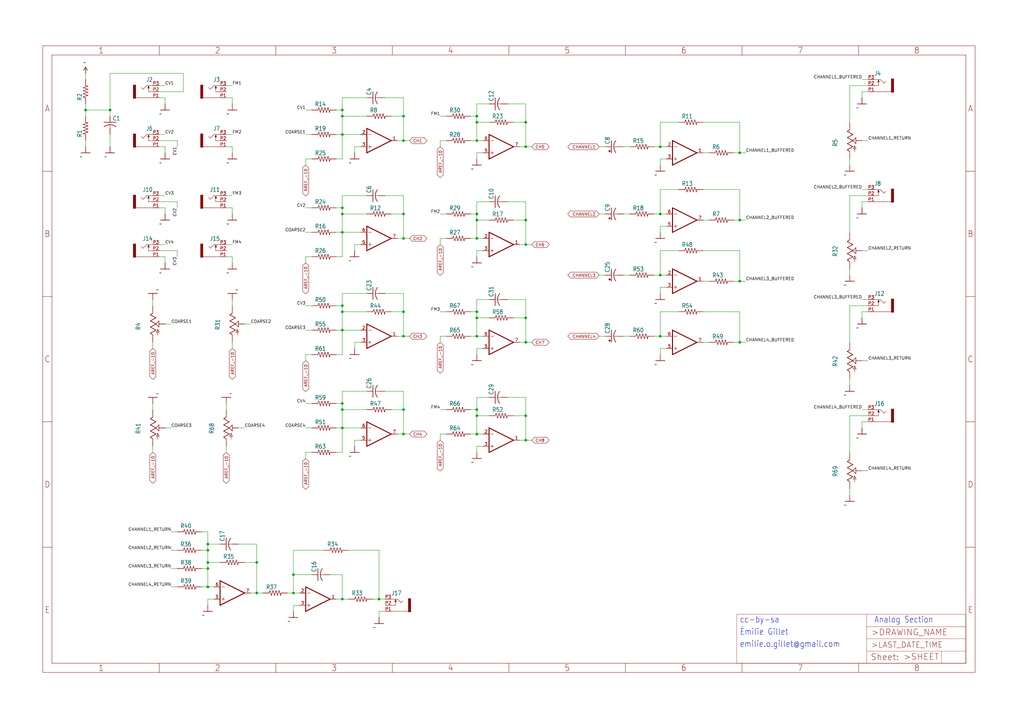
<source format=kicad_sch>
(kicad_sch (version 20211123) (generator eeschema)
  (paper "User" 425.45 299.161)
  (junction (at 274.32 60.96))
  (junction (at 218.44 142.24))
  (junction (at 274.32 88.9))
  (junction (at 167.64 139.7))
  (junction (at 167.64 99.06))
  (junction (at 198.12 91.44))
  (junction (at 274.32 139.7))
  (junction (at 198.12 99.06))
  (junction (at 307.34 63.5))
  (junction (at 86.36 226.06))
  (junction (at 142.24 129.54))
  (junction (at 142.24 86.36))
  (junction (at 86.36 233.68))
  (junction (at 142.24 170.18))
  (junction (at 198.12 88.9))
  (junction (at 198.12 170.18))
  (junction (at 167.64 88.9))
  (junction (at 167.64 48.26))
  (junction (at 142.24 55.88))
  (junction (at 142.24 88.9))
  (junction (at 86.36 228.6))
  (junction (at 198.12 50.8))
  (junction (at 218.44 182.88))
  (junction (at 142.24 167.64))
  (junction (at 218.44 132.08))
  (junction (at 218.44 101.6))
  (junction (at 218.44 60.96))
  (junction (at 86.36 236.22))
  (junction (at 198.12 132.08))
  (junction (at 142.24 45.72))
  (junction (at 218.44 91.44))
  (junction (at 142.24 96.52))
  (junction (at 307.34 142.24))
  (junction (at 198.12 58.42))
  (junction (at 142.24 48.26))
  (junction (at 106.68 233.68))
  (junction (at 167.64 180.34))
  (junction (at 307.34 116.84))
  (junction (at 198.12 139.7))
  (junction (at 121.92 246.38))
  (junction (at 142.24 127))
  (junction (at 218.44 172.72))
  (junction (at 167.64 129.54))
  (junction (at 142.24 177.8))
  (junction (at 142.24 248.92))
  (junction (at 121.92 238.76))
  (junction (at 106.68 246.38))
  (junction (at 307.34 91.44))
  (junction (at 198.12 48.26))
  (junction (at 198.12 129.54))
  (junction (at 142.24 137.16))
  (junction (at 167.64 170.18))
  (junction (at 218.44 50.8))
  (junction (at 35.56 45.72))
  (junction (at 86.36 243.84))
  (junction (at 198.12 172.72))
  (junction (at 167.64 58.42))
  (junction (at 157.48 248.92))
  (junction (at 198.12 180.34))
  (junction (at 45.72 45.72))
  (junction (at 274.32 114.3))
  (wire (pts (xy 195.58 170.18) (xy 198.12 170.18)))
  (wire (pts (xy 142.24 88.9) (xy 142.24 96.52)))
  (wire (pts (xy 121.92 228.6) (xy 121.92 238.76)))
  (wire (pts (xy 162.56 170.18) (xy 167.64 170.18)))
  (wire (pts (xy 274.32 60.96) (xy 276.86 60.96)))
  (wire (pts (xy 167.64 162.56) (xy 167.64 170.18)))
  (wire (pts (xy 360.68 33.02) (xy 358.14 33.02)))
  (wire (pts (xy 218.44 101.6) (xy 220.98 101.6)))
  (wire (pts (xy 149.86 60.96) (xy 147.32 60.96)))
  (wire (pts (xy 99.06 226.06) (xy 106.68 226.06)))
  (wire (pts (xy 93.98 40.64) (xy 96.52 40.64)))
  (wire (pts (xy 274.32 129.54) (xy 281.94 129.54)))
  (wire (pts (xy 251.46 114.3) (xy 248.92 114.3)))
  (wire (pts (xy 167.64 58.42) (xy 165.1 58.42)))
  (wire (pts (xy 106.68 246.38) (xy 109.22 246.38)))
  (wire (pts (xy 73.66 83.82) (xy 73.66 86.36)))
  (wire (pts (xy 66.04 35.56) (xy 68.58 35.56)))
  (wire (pts (xy 93.98 101.6) (xy 96.52 101.6)))
  (wire (pts (xy 139.7 45.72) (xy 142.24 45.72)))
  (wire (pts (xy 68.58 60.96) (xy 68.58 63.5)))
  (wire (pts (xy 203.2 91.44) (xy 198.12 91.44)))
  (wire (pts (xy 167.64 170.18) (xy 167.64 180.34)))
  (wire (pts (xy 182.88 142.24) (xy 182.88 139.7)))
  (wire (pts (xy 276.86 119.38) (xy 274.32 119.38)))
  (wire (pts (xy 157.48 248.92) (xy 154.94 248.92)))
  (wire (pts (xy 129.54 238.76) (xy 121.92 238.76)))
  (wire (pts (xy 198.12 185.42) (xy 198.12 187.96)))
  (wire (pts (xy 63.5 144.78) (xy 63.5 142.24)))
  (wire (pts (xy 121.92 246.38) (xy 124.46 246.38)))
  (wire (pts (xy 203.2 83.82) (xy 198.12 83.82)))
  (wire (pts (xy 66.04 86.36) (xy 68.58 86.36)))
  (wire (pts (xy 292.1 91.44) (xy 294.64 91.44)))
  (wire (pts (xy 218.44 43.18) (xy 218.44 50.8)))
  (wire (pts (xy 307.34 104.14) (xy 307.34 116.84)))
  (wire (pts (xy 251.46 88.9) (xy 248.92 88.9)))
  (wire (pts (xy 142.24 40.64) (xy 142.24 45.72)))
  (wire (pts (xy 147.32 60.96) (xy 147.32 63.5)))
  (wire (pts (xy 198.12 144.78) (xy 198.12 147.32)))
  (wire (pts (xy 73.66 104.14) (xy 73.66 106.68)))
  (wire (pts (xy 86.36 233.68) (xy 86.36 236.22)))
  (wire (pts (xy 68.58 134.62) (xy 71.12 134.62)))
  (wire (pts (xy 360.68 78.74) (xy 358.14 78.74)))
  (wire (pts (xy 218.44 124.46) (xy 218.44 132.08)))
  (wire (pts (xy 198.12 50.8) (xy 198.12 58.42)))
  (wire (pts (xy 307.34 63.5) (xy 304.8 63.5)))
  (wire (pts (xy 124.46 251.46) (xy 121.92 251.46)))
  (wire (pts (xy 129.54 45.72) (xy 127 45.72)))
  (wire (pts (xy 139.7 147.32) (xy 142.24 147.32)))
  (wire (pts (xy 106.68 246.38) (xy 104.14 246.38)))
  (wire (pts (xy 307.34 142.24) (xy 304.8 142.24)))
  (wire (pts (xy 198.12 63.5) (xy 198.12 66.04)))
  (wire (pts (xy 68.58 106.68) (xy 68.58 109.22)))
  (wire (pts (xy 167.64 139.7) (xy 165.1 139.7)))
  (wire (pts (xy 73.66 228.6) (xy 71.12 228.6)))
  (wire (pts (xy 152.4 81.28) (xy 142.24 81.28)))
  (wire (pts (xy 360.68 172.72) (xy 353.06 172.72)))
  (wire (pts (xy 152.4 129.54) (xy 142.24 129.54)))
  (wire (pts (xy 63.5 170.18) (xy 63.5 167.64)))
  (wire (pts (xy 353.06 157.48) (xy 353.06 160.02)))
  (wire (pts (xy 83.82 220.98) (xy 86.36 220.98)))
  (wire (pts (xy 198.12 99.06) (xy 200.66 99.06)))
  (wire (pts (xy 142.24 177.8) (xy 149.86 177.8)))
  (wire (pts (xy 218.44 132.08) (xy 218.44 142.24)))
  (wire (pts (xy 127 106.68) (xy 127 109.22)))
  (wire (pts (xy 139.7 127) (xy 142.24 127)))
  (wire (pts (xy 86.36 220.98) (xy 86.36 226.06)))
  (wire (pts (xy 101.6 134.62) (xy 104.14 134.62)))
  (wire (pts (xy 307.34 129.54) (xy 307.34 142.24)))
  (wire (pts (xy 142.24 48.26) (xy 142.24 55.88)))
  (wire (pts (xy 292.1 78.74) (xy 307.34 78.74)))
  (wire (pts (xy 358.14 149.86) (xy 360.68 149.86)))
  (wire (pts (xy 68.58 86.36) (xy 68.58 88.9)))
  (wire (pts (xy 360.68 35.56) (xy 353.06 35.56)))
  (wire (pts (xy 127 177.8) (xy 129.54 177.8)))
  (wire (pts (xy 149.86 101.6) (xy 147.32 101.6)))
  (wire (pts (xy 127 66.04) (xy 127 68.58)))
  (wire (pts (xy 96.52 60.96) (xy 96.52 63.5)))
  (wire (pts (xy 276.86 93.98) (xy 274.32 93.98)))
  (wire (pts (xy 276.86 66.04) (xy 274.32 66.04)))
  (wire (pts (xy 198.12 124.46) (xy 198.12 129.54)))
  (wire (pts (xy 139.7 177.8) (xy 142.24 177.8)))
  (wire (pts (xy 198.12 170.18) (xy 198.12 172.72)))
  (wire (pts (xy 142.24 248.92) (xy 144.78 248.92)))
  (wire (pts (xy 96.52 40.64) (xy 96.52 43.18)))
  (wire (pts (xy 198.12 58.42) (xy 195.58 58.42)))
  (wire (pts (xy 68.58 40.64) (xy 68.58 43.18)))
  (wire (pts (xy 86.36 248.92) (xy 86.36 251.46)))
  (wire (pts (xy 149.86 182.88) (xy 147.32 182.88)))
  (wire (pts (xy 218.44 60.96) (xy 215.9 60.96)))
  (wire (pts (xy 167.64 88.9) (xy 167.64 99.06)))
  (wire (pts (xy 142.24 106.68) (xy 142.24 96.52)))
  (wire (pts (xy 68.58 177.8) (xy 71.12 177.8)))
  (wire (pts (xy 139.7 248.92) (xy 142.24 248.92)))
  (wire (pts (xy 198.12 139.7) (xy 195.58 139.7)))
  (wire (pts (xy 137.16 238.76) (xy 142.24 238.76)))
  (wire (pts (xy 198.12 165.1) (xy 198.12 170.18)))
  (wire (pts (xy 73.66 58.42) (xy 73.66 60.96)))
  (wire (pts (xy 198.12 83.82) (xy 198.12 88.9)))
  (wire (pts (xy 218.44 172.72) (xy 218.44 182.88)))
  (wire (pts (xy 142.24 238.76) (xy 142.24 248.92)))
  (wire (pts (xy 88.9 248.92) (xy 86.36 248.92)))
  (wire (pts (xy 66.04 60.96) (xy 68.58 60.96)))
  (wire (pts (xy 99.06 177.8) (xy 101.6 177.8)))
  (wire (pts (xy 259.08 139.7) (xy 261.62 139.7)))
  (wire (pts (xy 198.12 104.14) (xy 198.12 106.68)))
  (wire (pts (xy 198.12 129.54) (xy 195.58 129.54)))
  (wire (pts (xy 142.24 45.72) (xy 142.24 48.26)))
  (wire (pts (xy 147.32 101.6) (xy 147.32 104.14)))
  (wire (pts (xy 142.24 147.32) (xy 142.24 137.16)))
  (wire (pts (xy 218.44 182.88) (xy 220.98 182.88)))
  (wire (pts (xy 160.02 81.28) (xy 167.64 81.28)))
  (wire (pts (xy 259.08 60.96) (xy 261.62 60.96)))
  (wire (pts (xy 292.1 104.14) (xy 307.34 104.14)))
  (wire (pts (xy 88.9 243.84) (xy 86.36 243.84)))
  (wire (pts (xy 160.02 121.92) (xy 167.64 121.92)))
  (wire (pts (xy 66.04 58.42) (xy 73.66 58.42)))
  (wire (pts (xy 200.66 144.78) (xy 198.12 144.78)))
  (wire (pts (xy 167.64 129.54) (xy 167.64 139.7)))
  (wire (pts (xy 167.64 180.34) (xy 170.18 180.34)))
  (wire (pts (xy 185.42 88.9) (xy 182.88 88.9)))
  (wire (pts (xy 139.7 187.96) (xy 142.24 187.96)))
  (wire (pts (xy 200.66 185.42) (xy 198.12 185.42)))
  (wire (pts (xy 86.36 228.6) (xy 86.36 233.68)))
  (wire (pts (xy 218.44 165.1) (xy 218.44 172.72)))
  (wire (pts (xy 198.12 48.26) (xy 198.12 50.8)))
  (wire (pts (xy 142.24 96.52) (xy 149.86 96.52)))
  (wire (pts (xy 86.36 243.84) (xy 83.82 243.84)))
  (wire (pts (xy 129.54 66.04) (xy 127 66.04)))
  (wire (pts (xy 276.86 144.78) (xy 274.32 144.78)))
  (wire (pts (xy 358.14 129.54) (xy 358.14 132.08)))
  (wire (pts (xy 93.98 106.68) (xy 96.52 106.68)))
  (wire (pts (xy 353.06 35.56) (xy 353.06 50.8)))
  (wire (pts (xy 167.64 81.28) (xy 167.64 88.9)))
  (wire (pts (xy 45.72 30.48) (xy 76.2 30.48)))
  (wire (pts (xy 182.88 60.96) (xy 182.88 58.42)))
  (wire (pts (xy 45.72 45.72) (xy 35.56 45.72)))
  (wire (pts (xy 198.12 172.72) (xy 198.12 180.34)))
  (wire (pts (xy 119.38 246.38) (xy 121.92 246.38)))
  (wire (pts (xy 45.72 55.88) (xy 45.72 60.96)))
  (wire (pts (xy 66.04 106.68) (xy 68.58 106.68)))
  (wire (pts (xy 152.4 48.26) (xy 142.24 48.26)))
  (wire (pts (xy 139.7 55.88) (xy 142.24 55.88)))
  (wire (pts (xy 198.12 132.08) (xy 198.12 139.7)))
  (wire (pts (xy 93.98 55.88) (xy 96.52 55.88)))
  (wire (pts (xy 358.14 175.26) (xy 358.14 177.8)))
  (wire (pts (xy 292.1 129.54) (xy 307.34 129.54)))
  (wire (pts (xy 218.44 142.24) (xy 215.9 142.24)))
  (wire (pts (xy 66.04 104.14) (xy 73.66 104.14)))
  (wire (pts (xy 210.82 165.1) (xy 218.44 165.1)))
  (wire (pts (xy 93.98 170.18) (xy 93.98 167.64)))
  (wire (pts (xy 127 106.68) (xy 129.54 106.68)))
  (wire (pts (xy 292.1 142.24) (xy 294.64 142.24)))
  (wire (pts (xy 142.24 170.18) (xy 142.24 177.8)))
  (wire (pts (xy 152.4 170.18) (xy 142.24 170.18)))
  (wire (pts (xy 129.54 147.32) (xy 127 147.32)))
  (wire (pts (xy 101.6 233.68) (xy 106.68 233.68)))
  (wire (pts (xy 185.42 170.18) (xy 182.88 170.18)))
  (wire (pts (xy 142.24 86.36) (xy 142.24 88.9)))
  (wire (pts (xy 182.88 101.6) (xy 182.88 99.06)))
  (wire (pts (xy 129.54 86.36) (xy 127 86.36)))
  (wire (pts (xy 93.98 81.28) (xy 96.52 81.28)))
  (wire (pts (xy 213.36 50.8) (xy 218.44 50.8)))
  (wire (pts (xy 45.72 45.72) (xy 45.72 48.26)))
  (wire (pts (xy 127 55.88) (xy 129.54 55.88)))
  (wire (pts (xy 106.68 226.06) (xy 106.68 233.68)))
  (wire (pts (xy 139.7 137.16) (xy 142.24 137.16)))
  (wire (pts (xy 83.82 228.6) (xy 86.36 228.6)))
  (wire (pts (xy 73.66 243.84) (xy 71.12 243.84)))
  (wire (pts (xy 271.78 114.3) (xy 274.32 114.3)))
  (wire (pts (xy 360.68 83.82) (xy 358.14 83.82)))
  (wire (pts (xy 129.54 187.96) (xy 127 187.96)))
  (wire (pts (xy 147.32 142.24) (xy 147.32 144.78)))
  (wire (pts (xy 185.42 139.7) (xy 182.88 139.7)))
  (wire (pts (xy 271.78 139.7) (xy 274.32 139.7)))
  (wire (pts (xy 185.42 48.26) (xy 182.88 48.26)))
  (wire (pts (xy 142.24 121.92) (xy 142.24 127)))
  (wire (pts (xy 274.32 139.7) (xy 276.86 139.7)))
  (wire (pts (xy 274.32 144.78) (xy 274.32 147.32)))
  (wire (pts (xy 274.32 139.7) (xy 274.32 129.54)))
  (wire (pts (xy 292.1 50.8) (xy 307.34 50.8)))
  (wire (pts (xy 167.64 40.64) (xy 167.64 48.26)))
  (wire (pts (xy 251.46 139.7) (xy 248.92 139.7)))
  (wire (pts (xy 200.66 63.5) (xy 198.12 63.5)))
  (wire (pts (xy 160.02 162.56) (xy 167.64 162.56)))
  (wire (pts (xy 274.32 93.98) (xy 274.32 96.52)))
  (wire (pts (xy 66.04 101.6) (xy 68.58 101.6)))
  (wire (pts (xy 162.56 129.54) (xy 167.64 129.54)))
  (wire (pts (xy 96.52 86.36) (xy 96.52 88.9)))
  (wire (pts (xy 274.32 88.9) (xy 274.32 78.74)))
  (wire (pts (xy 106.68 233.68) (xy 106.68 246.38)))
  (wire (pts (xy 93.98 187.96) (xy 93.98 185.42)))
  (wire (pts (xy 160.02 40.64) (xy 167.64 40.64)))
  (wire (pts (xy 210.82 124.46) (xy 218.44 124.46)))
  (wire (pts (xy 160.02 254) (xy 157.48 254)))
  (wire (pts (xy 218.44 50.8) (xy 218.44 60.96)))
  (wire (pts (xy 127 96.52) (xy 129.54 96.52)))
  (wire (pts (xy 307.34 78.74) (xy 307.34 91.44)))
  (wire (pts (xy 218.44 182.88) (xy 215.9 182.88)))
  (wire (pts (xy 142.24 129.54) (xy 142.24 127)))
  (wire (pts (xy 182.88 182.88) (xy 182.88 180.34)))
  (wire (pts (xy 210.82 43.18) (xy 218.44 43.18)))
  (wire (pts (xy 152.4 121.92) (xy 142.24 121.92)))
  (wire (pts (xy 93.98 60.96) (xy 96.52 60.96)))
  (wire (pts (xy 307.34 91.44) (xy 309.88 91.44)))
  (wire (pts (xy 259.08 88.9) (xy 261.62 88.9)))
  (wire (pts (xy 127 187.96) (xy 127 190.5)))
  (wire (pts (xy 274.32 114.3) (xy 276.86 114.3)))
  (wire (pts (xy 360.68 127) (xy 353.06 127)))
  (wire (pts (xy 127 137.16) (xy 129.54 137.16)))
  (wire (pts (xy 35.56 45.72) (xy 35.56 48.26)))
  (wire (pts (xy 198.12 139.7) (xy 200.66 139.7)))
  (wire (pts (xy 185.42 99.06) (xy 182.88 99.06)))
  (wire (pts (xy 218.44 60.96) (xy 220.98 60.96)))
  (wire (pts (xy 167.64 180.34) (xy 165.1 180.34)))
  (wire (pts (xy 86.36 226.06) (xy 86.36 228.6)))
  (wire (pts (xy 274.32 50.8) (xy 281.94 50.8)))
  (wire (pts (xy 360.68 175.26) (xy 358.14 175.26)))
  (wire (pts (xy 218.44 91.44) (xy 218.44 101.6)))
  (wire (pts (xy 162.56 88.9) (xy 167.64 88.9)))
  (wire (pts (xy 63.5 187.96) (xy 63.5 185.42)))
  (wire (pts (xy 185.42 129.54) (xy 182.88 129.54)))
  (wire (pts (xy 360.68 38.1) (xy 358.14 38.1)))
  (wire (pts (xy 127 147.32) (xy 127 149.86)))
  (wire (pts (xy 360.68 129.54) (xy 358.14 129.54)))
  (wire (pts (xy 96.52 127) (xy 96.52 124.46)))
  (wire (pts (xy 251.46 60.96) (xy 248.92 60.96)))
  (wire (pts (xy 167.64 48.26) (xy 167.64 58.42)))
  (wire (pts (xy 142.24 187.96) (xy 142.24 177.8)))
  (wire (pts (xy 274.32 66.04) (xy 274.32 68.58)))
  (wire (pts (xy 198.12 129.54) (xy 198.12 132.08)))
  (wire (pts (xy 66.04 55.88) (xy 68.58 55.88)))
  (wire (pts (xy 307.34 91.44) (xy 304.8 91.44)))
  (wire (pts (xy 73.66 236.22) (xy 71.12 236.22)))
  (wire (pts (xy 360.68 81.28) (xy 353.06 81.28)))
  (wire (pts (xy 91.44 233.68) (xy 86.36 233.68)))
  (wire (pts (xy 259.08 114.3) (xy 261.62 114.3)))
  (wire (pts (xy 149.86 142.24) (xy 147.32 142.24)))
  (wire (pts (xy 200.66 104.14) (xy 198.12 104.14)))
  (wire (pts (xy 35.56 58.42) (xy 35.56 60.96)))
  (wire (pts (xy 358.14 58.42) (xy 360.68 58.42)))
  (wire (pts (xy 358.14 38.1) (xy 358.14 40.64)))
  (wire (pts (xy 274.32 88.9) (xy 276.86 88.9)))
  (wire (pts (xy 195.58 48.26) (xy 198.12 48.26)))
  (wire (pts (xy 139.7 66.04) (xy 142.24 66.04)))
  (wire (pts (xy 358.14 104.14) (xy 360.68 104.14)))
  (wire (pts (xy 35.56 43.18) (xy 35.56 45.72)))
  (wire (pts (xy 142.24 81.28) (xy 142.24 86.36)))
  (wire (pts (xy 152.4 40.64) (xy 142.24 40.64)))
  (wire (pts (xy 91.44 226.06) (xy 86.36 226.06)))
  (wire (pts (xy 198.12 43.18) (xy 198.12 48.26)))
  (wire (pts (xy 198.12 88.9) (xy 198.12 91.44)))
  (wire (pts (xy 360.68 124.46) (xy 358.14 124.46)))
  (wire (pts (xy 167.64 139.7) (xy 170.18 139.7)))
  (wire (pts (xy 195.58 88.9) (xy 198.12 88.9)))
  (wire (pts (xy 96.52 106.68) (xy 96.52 109.22)))
  (wire (pts (xy 203.2 43.18) (xy 198.12 43.18)))
  (wire (pts (xy 167.64 58.42) (xy 170.18 58.42)))
  (wire (pts (xy 121.92 251.46) (xy 121.92 254)))
  (wire (pts (xy 139.7 86.36) (xy 142.24 86.36)))
  (wire (pts (xy 142.24 129.54) (xy 142.24 137.16)))
  (wire (pts (xy 142.24 55.88) (xy 149.86 55.88)))
  (wire (pts (xy 66.04 40.64) (xy 68.58 40.64)))
  (wire (pts (xy 198.12 58.42) (xy 200.66 58.42)))
  (wire (pts (xy 203.2 50.8) (xy 198.12 50.8)))
  (wire (pts (xy 162.56 48.26) (xy 167.64 48.26)))
  (wire (pts (xy 139.7 96.52) (xy 142.24 96.52)))
  (wire (pts (xy 147.32 182.88) (xy 147.32 185.42)))
  (wire (pts (xy 63.5 127) (xy 63.5 124.46)))
  (wire (pts (xy 86.36 236.22) (xy 86.36 243.84)))
  (wire (pts (xy 129.54 167.64) (xy 127 167.64)))
  (wire (pts (xy 203.2 172.72) (xy 198.12 172.72)))
  (wire (pts (xy 198.12 91.44) (xy 198.12 99.06)))
  (wire (pts (xy 167.64 121.92) (xy 167.64 129.54)))
  (wire (pts (xy 121.92 228.6) (xy 134.62 228.6)))
  (wire (pts (xy 274.32 114.3) (xy 274.32 104.14)))
  (wire (pts (xy 157.48 228.6) (xy 157.48 248.92)))
  (wire (pts (xy 129.54 127) (xy 127 127)))
  (wire (pts (xy 144.78 228.6) (xy 157.48 228.6)))
  (wire (pts (xy 274.32 60.96) (xy 274.32 50.8)))
  (wire (pts (xy 353.06 172.72) (xy 353.06 187.96)))
  (wire (pts (xy 213.36 132.08) (xy 218.44 132.08)))
  (wire (pts (xy 198.12 99.06) (xy 195.58 99.06)))
  (wire (pts (xy 157.48 248.92) (xy 160.02 248.92)))
  (wire (pts (xy 353.06 66.04) (xy 353.06 68.58)))
  (wire (pts (xy 198.12 180.34) (xy 195.58 180.34)))
  (wire (pts (xy 271.78 88.9) (xy 274.32 88.9)))
  (wire (pts (xy 142.24 137.16) (xy 149.86 137.16)))
  (wire (pts (xy 66.04 83.82) (xy 73.66 83.82)))
  (wire (pts (xy 358.14 83.82) (xy 358.14 86.36)))
  (wire (pts (xy 274.32 104.14) (xy 281.94 104.14)))
  (wire (pts (xy 218.44 142.24) (xy 220.98 142.24)))
  (wire (pts (xy 167.64 99.06) (xy 170.18 99.06)))
  (wire (pts (xy 307.34 142.24) (xy 309.88 142.24)))
  (wire (pts (xy 76.2 30.48) (xy 76.2 38.1)))
  (wire (pts (xy 218.44 101.6) (xy 215.9 101.6)))
  (wire (pts (xy 358.14 195.58) (xy 360.68 195.58)))
  (wire (pts (xy 213.36 91.44) (xy 218.44 91.44)))
  (wire (pts (xy 167.64 99.06) (xy 165.1 99.06)))
  (wire (pts (xy 121.92 238.76) (xy 121.92 246.38)))
  (wire (pts (xy 66.04 81.28) (xy 68.58 81.28)))
  (wire (pts (xy 45.72 30.48) (xy 45.72 45.72)))
  (wire (pts (xy 93.98 35.56) (xy 96.52 35.56)))
  (wire (pts (xy 271.78 60.96) (xy 274.32 60.96)))
  (wire (pts (xy 353.06 111.76) (xy 353.06 114.3)))
  (wire (pts (xy 203.2 165.1) (xy 198.12 165.1)))
  (wire (pts (xy 185.42 180.34) (xy 182.88 180.34)))
  (wire (pts (xy 307.34 116.84) (xy 304.8 116.84)))
  (wire (pts (xy 198.12 180.34) (xy 200.66 180.34)))
  (wire (pts (xy 218.44 83.82) (xy 218.44 91.44)))
  (wire (pts (xy 307.34 50.8) (xy 307.34 63.5)))
  (wire (pts (xy 96.52 144.78) (xy 96.52 142.24)))
  (wire (pts (xy 307.34 116.84) (xy 309.88 116.84)))
  (wire (pts (xy 210.82 83.82) (xy 218.44 83.82)))
  (wire (pts (xy 213.36 172.72) (xy 218.44 172.72)))
  (wire (pts (xy 353.06 127) (xy 353.06 142.24)))
  (wire (pts (xy 83.82 236.22) (xy 86.36 236.22)))
  (wire (pts (xy 353.06 203.2) (xy 353.06 205.74)))
  (wire (pts (xy 139.7 106.68) (xy 142.24 106.68)))
  (wire (pts (xy 307.34 63.5) (xy 309.88 63.5)))
  (wire (pts (xy 76.2 38.1) (xy 66.04 38.1)))
  (wire (pts (xy 139.7 167.64) (xy 142.24 167.64)))
  (wire (pts (xy 152.4 88.9) (xy 142.24 88.9)))
  (wire (pts (xy 142.24 66.04) (xy 142.24 55.88)))
  (wire (pts (xy 93.98 86.36) (xy 96.52 86.36)))
  (wire (pts (xy 203.2 132.08) (xy 198.12 132.08)))
  (wire (pts (xy 292.1 63.5) (xy 294.64 63.5)))
  (wire (pts (xy 185.42 58.42) (xy 182.88 58.42)))
  (wire (pts (xy 35.56 33.02) (xy 35.56 30.48)))
  (wire (pts (xy 203.2 124.46) (xy 198.12 124.46)))
  (wire (pts (xy 157.48 254) (xy 157.48 256.54)))
  (wire (pts (xy 353.06 81.28) (xy 353.06 96.52)))
  (wire (pts (xy 274.32 78.74) (xy 281.94 78.74)))
  (wire (pts (xy 142.24 162.56) (xy 142.24 167.64)))
  (wire (pts (xy 274.32 119.38) (xy 274.32 121.92)))
  (wire (pts (xy 292.1 116.84) (xy 294.64 116.84)))
  (wire (pts (xy 360.68 170.18) (xy 358.14 170.18)))
  (wire (pts (xy 142.24 167.64) (xy 142.24 170.18)))
  (wire (pts (xy 152.4 162.56) (xy 142.24 162.56)))
  (wire (pts (xy 71.12 220.98) (xy 73.66 220.98)))
  (text "Analog Section" (at 363.22 259.08 180) (effects (font (size 2.54 2.159)) (justify left bottom)))
  (text "cc-by-sa" (at 307.34 259.08 180) (effects (font (size 2.54 2.159)) (justify left bottom)))
  (text "emilie.o.gillet@gmail.com" (at 307.34 269.24 180) (effects (font (size 2.54 2.159)) (justify left bottom)))
  (text "Émilie Gillet" (at 307.34 264.16 180) (effects (font (size 2.54 2.159)) (justify left bottom)))
  (label "CV1" (at 73.66 60.96 270) (effects (font (size 1.2446 1.2446))))
  (label "CV2" (at 127 86.36 180) (effects (font (size 1.2446 1.2446))))
  (label "FM1" (at 96.52 35.56 0) (effects (font (size 1.2446 1.2446))))
  (label "CHANNEL3_RETURN" (at 71.12 236.22 180) (effects (font (size 1.2446 1.2446))))
  (label "CHANNEL4_RETURN" (at 71.12 243.84 180) (effects (font (size 1.2446 1.2446))))
  (label "CV4" (at 68.58 101.6 0) (effects (font (size 1.2446 1.2446))))
  (label "CV2" (at 73.66 86.36 270) (effects (font (size 1.2446 1.2446))))
  (label "COARSE3" (at 127 137.16 180) (effects (font (size 1.2446 1.2446))))
  (label "CHANNEL4_RETURN" (at 360.68 195.58 0) (effects (font (size 1.2446 1.2446))))
  (label "CV3" (at 68.58 81.28 0) (effects (font (size 1.2446 1.2446))))
  (label "FM2" (at 182.88 88.9 180) (effects (font (size 1.2446 1.2446))))
  (label "COARSE3" (at 71.12 177.8 0) (effects (font (size 1.2446 1.2446))))
  (label "COARSE2" (at 104.14 134.62 0) (effects (font (size 1.2446 1.2446))))
  (label "COARSE2" (at 127 96.52 180) (effects (font (size 1.2446 1.2446))))
  (label "FM2" (at 96.52 55.88 0) (effects (font (size 1.2446 1.2446))))
  (label "CV1" (at 127 45.72 180) (effects (font (size 1.2446 1.2446))))
  (label "COARSE1" (at 71.12 134.62 0) (effects (font (size 1.2446 1.2446))))
  (label "CHANNEL2_RETURN" (at 71.12 228.6 180) (effects (font (size 1.2446 1.2446))))
  (label "FM4" (at 182.88 170.18 180) (effects (font (size 1.2446 1.2446))))
  (label "FM4" (at 96.52 101.6 0) (effects (font (size 1.2446 1.2446))))
  (label "CHANNEL3_RETURN" (at 360.68 149.86 0) (effects (font (size 1.2446 1.2446))))
  (label "FM3" (at 182.88 129.54 180) (effects (font (size 1.2446 1.2446))))
  (label "CHANNEL2_BUFFERED" (at 309.88 91.44 0) (effects (font (size 1.2446 1.2446))))
  (label "CHANNEL2_RETURN" (at 360.68 104.14 0) (effects (font (size 1.2446 1.2446))))
  (label "CV4" (at 127 167.64 180) (effects (font (size 1.2446 1.2446))))
  (label "CHANNEL1_RETURN" (at 71.12 220.98 180) (effects (font (size 1.2446 1.2446))))
  (label "FM1" (at 182.88 48.26 180) (effects (font (size 1.2446 1.2446))))
  (label "COARSE4" (at 127 177.8 180) (effects (font (size 1.2446 1.2446))))
  (label "CHANNEL4_BUFFERED" (at 358.14 170.18 180) (effects (font (size 1.2446 1.2446))))
  (label "CV2" (at 68.58 55.88 0) (effects (font (size 1.2446 1.2446))))
  (label "CHANNEL3_BUFFERED" (at 358.14 124.46 180) (effects (font (size 1.2446 1.2446))))
  (label "FM3" (at 96.52 81.28 0) (effects (font (size 1.2446 1.2446))))
  (label "CV3" (at 73.66 106.68 270) (effects (font (size 1.2446 1.2446))))
  (label "COARSE4" (at 101.6 177.8 0) (effects (font (size 1.2446 1.2446))))
  (label "CHANNEL3_BUFFERED" (at 309.88 116.84 0) (effects (font (size 1.2446 1.2446))))
  (label "CHANNEL1_RETURN" (at 360.68 58.42 0) (effects (font (size 1.2446 1.2446))))
  (label "CHANNEL2_BUFFERED" (at 358.14 78.74 180) (effects (font (size 1.2446 1.2446))))
  (label "CHANNEL1_BUFFERED" (at 309.88 63.5 0) (effects (font (size 1.2446 1.2446))))
  (label "CHANNEL1_BUFFERED" (at 358.14 33.02 180) (effects (font (size 1.2446 1.2446))))
  (label "COARSE1" (at 127 55.88 180) (effects (font (size 1.2446 1.2446))))
  (label "CV1" (at 68.58 35.56 0) (effects (font (size 1.2446 1.2446))))
  (label "CV3" (at 127 127 180) (effects (font (size 1.2446 1.2446))))
  (label "CHANNEL4_BUFFERED" (at 309.88 142.24 0) (effects (font (size 1.2446 1.2446))))
  (global_label "AREF_-10" (shape bidirectional) (at 127 68.58 270) (effects (font (size 1.2446 1.2446))) (property "Intersheet References" "${INTERSHEET_REFS}" (effects hide)))
  (global_label "CHANNEL2" (shape bidirectional) (at 248.92 88.9 180) (effects (font (size 1.2446 1.2446))) (property "Intersheet References" "${INTERSHEET_REFS}" (effects hide)))
  (global_label "AREF_-10" (shape bidirectional) (at 96.52 144.78 270) (effects (font (size 1.2446 1.2446))) (property "Intersheet References" "${INTERSHEET_REFS}" (effects hide)))
  (global_label "CH4" (shape bidirectional) (at 170.18 180.34 0) (effects (font (size 1.2446 1.2446))) (property "Intersheet References" "${INTERSHEET_REFS}" (effects hide)))
  (global_label "CH5" (shape bidirectional) (at 220.98 60.96 0) (effects (font (size 1.2446 1.2446))) (property "Intersheet References" "${INTERSHEET_REFS}" (effects hide)))
  (global_label "CH7" (shape bidirectional) (at 220.98 142.24 0) (effects (font (size 1.2446 1.2446))) (property "Intersheet References" "${INTERSHEET_REFS}" (effects hide)))
  (global_label "AREF_-10" (shape bidirectional) (at 63.5 187.96 270) (effects (font (size 1.2446 1.2446))) (property "Intersheet References" "${INTERSHEET_REFS}" (effects hide)))
  (global_label "CH2" (shape bidirectional) (at 170.18 99.06 0) (effects (font (size 1.2446 1.2446))) (property "Intersheet References" "${INTERSHEET_REFS}" (effects hide)))
  (global_label "AREF_-10" (shape bidirectional) (at 182.88 182.88 270) (effects (font (size 1.2446 1.2446))) (property "Intersheet References" "${INTERSHEET_REFS}" (effects hide)))
  (global_label "CH8" (shape bidirectional) (at 220.98 182.88 0) (effects (font (size 1.2446 1.2446))) (property "Intersheet References" "${INTERSHEET_REFS}" (effects hide)))
  (global_label "AREF_-10" (shape bidirectional) (at 127 149.86 270) (effects (font (size 1.2446 1.2446))) (property "Intersheet References" "${INTERSHEET_REFS}" (effects hide)))
  (global_label "AREF_-10" (shape bidirectional) (at 63.5 144.78 270) (effects (font (size 1.2446 1.2446))) (property "Intersheet References" "${INTERSHEET_REFS}" (effects hide)))
  (global_label "CH6" (shape bidirectional) (at 220.98 101.6 0) (effects (font (size 1.2446 1.2446))) (property "Intersheet References" "${INTERSHEET_REFS}" (effects hide)))
  (global_label "AREF_-10" (shape bidirectional) (at 182.88 101.6 270) (effects (font (size 1.2446 1.2446))) (property "Intersheet References" "${INTERSHEET_REFS}" (effects hide)))
  (global_label "CH1" (shape bidirectional) (at 170.18 58.42 0) (effects (font (size 1.2446 1.2446))) (property "Intersheet References" "${INTERSHEET_REFS}" (effects hide)))
  (global_label "AREF_-10" (shape bidirectional) (at 127 190.5 270) (effects (font (size 1.2446 1.2446))) (property "Intersheet References" "${INTERSHEET_REFS}" (effects hide)))
  (global_label "AREF_-10" (shape bidirectional) (at 93.98 187.96 270) (effects (font (size 1.2446 1.2446))) (property "Intersheet References" "${INTERSHEET_REFS}" (effects hide)))
  (global_label "AREF_-10" (shape bidirectional) (at 182.88 142.24 270) (effects (font (size 1.2446 1.2446))) (property "Intersheet References" "${INTERSHEET_REFS}" (effects hide)))
  (global_label "CHANNEL3" (shape bidirectional) (at 248.92 114.3 180) (effects (font (size 1.2446 1.2446))) (property "Intersheet References" "${INTERSHEET_REFS}" (effects hide)))
  (global_label "CH3" (shape bidirectional) (at 170.18 139.7 0) (effects (font (size 1.2446 1.2446))) (property "Intersheet References" "${INTERSHEET_REFS}" (effects hide)))
  (global_label "AREF_-10" (shape bidirectional) (at 182.88 60.96 270) (effects (font (size 1.2446 1.2446))) (property "Intersheet References" "${INTERSHEET_REFS}" (effects hide)))
  (global_label "CHANNEL1" (shape bidirectional) (at 248.92 60.96 180) (effects (font (size 1.2446 1.2446))) (property "Intersheet References" "${INTERSHEET_REFS}" (effects hide)))
  (global_label "AREF_-10" (shape bidirectional) (at 127 109.22 270) (effects (font (size 1.2446 1.2446))) (property "Intersheet References" "${INTERSHEET_REFS}" (effects hide)))
  (global_label "CHANNEL4" (shape bidirectional) (at 248.92 139.7 180) (effects (font (size 1.2446 1.2446))) (property "Intersheet References" "${INTERSHEET_REFS}" (effects hide)))
  (symbol (lib_id "edges_v20-eagle-import:POT_USVERTICAL_PS") (at 353.06 104.14 0) (unit 1)
    (property "Reference" "R32" (at 347.98 106.68 90) (effects (font (size 1.778 1.5113)) (justify left bottom)))
  )
  (symbol (lib_id "edges_v20-eagle-import:GND") (at 358.14 180.34 0) (unit 1)
    (property "Reference" "#GND70" (effects hide))
  )
  (symbol (lib_id "edges_v20-eagle-import:R-US_R0603") (at 190.5 58.42 0) (unit 1)
    (property "Reference" "R28" (at 186.69 56.9214 0) (effects (font (size 1.778 1.5113)) (justify left bottom)))
  )
  (symbol (lib_id "edges_v20-eagle-import:R-US_R0603") (at 190.5 170.18 0) (unit 1)
    (property "Reference" "R66" (at 186.69 168.6814 0) (effects (font (size 1.778 1.5113)) (justify left bottom)))
  )
  (symbol (lib_id "edges_v20-eagle-import:TL072D") (at 284.48 116.84 0) (mirror x) (unit 1)
    (property "Reference" "IC9" (effects hide))
  )
  (symbol (lib_id "edges_v20-eagle-import:R-US_R0603") (at 266.7 114.3 0) (unit 1)
    (property "Reference" "R53" (at 262.89 112.8014 0) (effects (font (size 1.778 1.5113)) (justify left bottom)))
  )
  (symbol (lib_id "edges_v20-eagle-import:GND") (at 68.58 91.44 0) (unit 1)
    (property "Reference" "#GND51" (effects hide))
  )
  (symbol (lib_id "edges_v20-eagle-import:R-US_R0603") (at 266.7 88.9 0) (unit 1)
    (property "Reference" "R18" (at 262.89 87.4014 0) (effects (font (size 1.778 1.5113)) (justify left bottom)))
  )
  (symbol (lib_id "edges_v20-eagle-import:PJ301_THONKICONN6") (at 365.76 172.72 0) (unit 1)
    (property "Reference" "J16" (at 363.22 168.656 0) (effects (font (size 1.778 1.5113)) (justify left bottom)))
  )
  (symbol (lib_id "edges_v20-eagle-import:R-US_R0603") (at 299.72 142.24 0) (unit 1)
    (property "Reference" "R49" (at 295.91 140.7414 0) (effects (font (size 1.778 1.5113)) (justify left bottom)))
  )
  (symbol (lib_id "edges_v20-eagle-import:R-US_R0603") (at 190.5 48.26 0) (unit 1)
    (property "Reference" "R30" (at 186.69 46.7614 0) (effects (font (size 1.778 1.5113)) (justify left bottom)))
  )
  (symbol (lib_id "edges_v20-eagle-import:R-US_R0603") (at 139.7 228.6 0) (unit 1)
    (property "Reference" "R34" (at 135.89 227.1014 0) (effects (font (size 1.778 1.5113)) (justify left bottom)))
  )
  (symbol (lib_id "edges_v20-eagle-import:R-US_R0603") (at 299.72 116.84 0) (unit 1)
    (property "Reference" "R43" (at 295.91 115.3414 0) (effects (font (size 1.778 1.5113)) (justify left bottom)))
  )
  (symbol (lib_id "edges_v20-eagle-import:R-US_R0603") (at 78.74 243.84 0) (unit 1)
    (property "Reference" "R39" (at 74.93 242.3414 0) (effects (font (size 1.778 1.5113)) (justify left bottom)))
  )
  (symbol (lib_id "edges_v20-eagle-import:R-US_R0603") (at 78.74 236.22 0) (unit 1)
    (property "Reference" "R38" (at 74.93 234.7214 0) (effects (font (size 1.778 1.5113)) (justify left bottom)))
  )
  (symbol (lib_id "edges_v20-eagle-import:C-USC0603") (at 93.98 226.06 90) (unit 1)
    (property "Reference" "C17" (at 93.345 225.044 0) (effects (font (size 1.778 1.5113)) (justify left bottom)))
  )
  (symbol (lib_id "edges_v20-eagle-import:R-US_R0603") (at 134.62 96.52 0) (unit 1)
    (property "Reference" "R16" (at 130.81 95.0214 0) (effects (font (size 1.778 1.5113)) (justify left bottom)))
  )
  (symbol (lib_id "edges_v20-eagle-import:R-US_R0603") (at 157.48 48.26 0) (unit 1)
    (property "Reference" "R8" (at 153.67 46.7614 0) (effects (font (size 1.778 1.5113)) (justify left bottom)))
  )
  (symbol (lib_id "edges_v20-eagle-import:R-US_R0603") (at 208.28 132.08 0) (unit 1)
    (property "Reference" "R58" (at 204.47 130.5814 0) (effects (font (size 1.778 1.5113)) (justify left bottom)))
  )
  (symbol (lib_id "edges_v20-eagle-import:R-US_R0603") (at 266.7 60.96 0) (unit 1)
    (property "Reference" "R15" (at 262.89 59.4614 0) (effects (font (size 1.778 1.5113)) (justify left bottom)))
  )
  (symbol (lib_id "edges_v20-eagle-import:C-USC0603") (at 205.74 43.18 90) (unit 1)
    (property "Reference" "C12" (at 205.105 42.164 0) (effects (font (size 1.778 1.5113)) (justify left bottom)))
  )
  (symbol (lib_id "edges_v20-eagle-import:GND") (at 68.58 66.04 0) (unit 1)
    (property "Reference" "#GND49" (effects hide))
  )
  (symbol (lib_id "edges_v20-eagle-import:POT_USVERTICAL_PS") (at 353.06 149.86 0) (unit 1)
    (property "Reference" "R42" (at 347.98 152.4 90) (effects (font (size 1.778 1.5113)) (justify left bottom)))
  )
  (symbol (lib_id "edges_v20-eagle-import:POT_USVERTICAL_PS") (at 353.06 195.58 0) (unit 1)
    (property "Reference" "R69" (at 347.98 198.12 90) (effects (font (size 1.778 1.5113)) (justify left bottom)))
  )
  (symbol (lib_id "edges_v20-eagle-import:R-US_R0603") (at 114.3 246.38 0) (unit 1)
    (property "Reference" "R37" (at 110.49 244.8814 0) (effects (font (size 1.778 1.5113)) (justify left bottom)))
  )
  (symbol (lib_id "edges_v20-eagle-import:R-US_R0603") (at 190.5 180.34 0) (unit 1)
    (property "Reference" "R64" (at 186.69 178.8414 0) (effects (font (size 1.778 1.5113)) (justify left bottom)))
  )
  (symbol (lib_id "edges_v20-eagle-import:TL072D") (at 157.48 180.34 0) (mirror x) (unit 2)
    (property "Reference" "IC10" (effects hide))
  )
  (symbol (lib_id "edges_v20-eagle-import:GND") (at 358.14 134.62 0) (unit 1)
    (property "Reference" "#GND68" (effects hide))
  )
  (symbol (lib_id "edges_v20-eagle-import:C-USC0603") (at 132.08 238.76 90) (unit 1)
    (property "Reference" "C16" (at 131.445 237.744 0) (effects (font (size 1.778 1.5113)) (justify left bottom)))
  )
  (symbol (lib_id "edges_v20-eagle-import:R-US_R0603") (at 190.5 99.06 0) (unit 1)
    (property "Reference" "R27" (at 186.69 97.5614 0) (effects (font (size 1.778 1.5113)) (justify left bottom)))
  )
  (symbol (lib_id "edges_v20-eagle-import:CPOL-USB") (at 254 88.9 90) (unit 1)
    (property "Reference" "C9" (at 253.365 87.884 0) (effects (font (size 1.778 1.5113)) (justify left bottom)))
  )
  (symbol (lib_id "edges_v20-eagle-import:R-US_R0603") (at 134.62 86.36 0) (unit 1)
    (property "Reference" "R24" (at 130.81 84.8614 0) (effects (font (size 1.778 1.5113)) (justify left bottom)))
  )
  (symbol (lib_id "edges_v20-eagle-import:R-US_R0603") (at 134.62 167.64 0) (unit 1)
    (property "Reference" "R59" (at 130.81 166.1414 0) (effects (font (size 1.778 1.5113)) (justify left bottom)))
  )
  (symbol (lib_id "edges_v20-eagle-import:R-US_R0603") (at 190.5 139.7 0) (unit 1)
    (property "Reference" "R65" (at 186.69 138.2014 0) (effects (font (size 1.778 1.5113)) (justify left bottom)))
  )
  (symbol (lib_id "edges_v20-eagle-import:PJ301_THONKICONN6") (at 60.96 104.14 0) (mirror y) (unit 1)
    (property "Reference" "J14" (at 63.5 100.076 0) (effects (font (size 1.778 1.5113)) (justify left bottom)))
  )
  (symbol (lib_id "edges_v20-eagle-import:POT_USVERTICAL_PS") (at 93.98 177.8 0) (unit 1)
    (property "Reference" "R68" (at 88.9 180.34 90) (effects (font (size 1.778 1.5113)) (justify left bottom)))
  )
  (symbol (lib_id "edges_v20-eagle-import:R-US_R0603") (at 134.62 147.32 0) (unit 1)
    (property "Reference" "R61" (at 130.81 145.8214 0) (effects (font (size 1.778 1.5113)) (justify left bottom)))
  )
  (symbol (lib_id "edges_v20-eagle-import:GND") (at 157.48 259.08 0) (unit 1)
    (property "Reference" "#GND72" (effects hide))
  )
  (symbol (lib_id "edges_v20-eagle-import:GND") (at 274.32 124.46 0) (unit 1)
    (property "Reference" "#GND24" (effects hide))
  )
  (symbol (lib_id "edges_v20-eagle-import:POT_USVERTICAL_PS") (at 96.52 134.62 0) (unit 1)
    (property "Reference" "R31" (at 91.44 137.16 90) (effects (font (size 1.778 1.5113)) (justify left bottom)))
  )
  (symbol (lib_id "edges_v20-eagle-import:R-US_R0603") (at 78.74 228.6 0) (unit 1)
    (property "Reference" "R36" (at 74.93 227.1014 0) (effects (font (size 1.778 1.5113)) (justify left bottom)))
  )
  (symbol (lib_id "edges_v20-eagle-import:TL072D") (at 208.28 101.6 0) (mirror x) (unit 1)
    (property "Reference" "IC4" (effects hide))
  )
  (symbol (lib_id "edges_v20-eagle-import:GND") (at 86.36 254 0) (unit 1)
    (property "Reference" "#GND26" (effects hide))
  )
  (symbol (lib_id "edges_v20-eagle-import:R-US_R0603") (at 134.62 127 0) (unit 1)
    (property "Reference" "R50" (at 130.81 125.5014 0) (effects (font (size 1.778 1.5113)) (justify left bottom)))
  )
  (symbol (lib_id "edges_v20-eagle-import:PJ301_THONKICONN6") (at 365.76 127 0) (unit 1)
    (property "Reference" "J12" (at 363.22 122.936 0) (effects (font (size 1.778 1.5113)) (justify left bottom)))
  )
  (symbol (lib_id "edges_v20-eagle-import:GND") (at 35.56 63.5 0) (unit 1)
    (property "Reference" "#GND46" (effects hide))
  )
  (symbol (lib_id "edges_v20-eagle-import:GND") (at 63.5 165.1 180) (unit 1)
    (property "Reference" "#GND73" (effects hide))
  )
  (symbol (lib_id "edges_v20-eagle-import:GND") (at 96.52 66.04 0) (unit 1)
    (property "Reference" "#GND57" (effects hide))
  )
  (symbol (lib_id "edges_v20-eagle-import:C-USC0603") (at 154.94 162.56 90) (unit 1)
    (property "Reference" "C26" (at 154.305 161.544 0) (effects (font (size 1.778 1.5113)) (justify left bottom)))
  )
  (symbol (lib_id "edges_v20-eagle-import:R-US_R0603") (at 287.02 104.14 0) (unit 1)
    (property "Reference" "R48" (at 283.21 102.6414 0) (effects (font (size 1.778 1.5113)) (justify left bottom)))
  )
  (symbol (lib_id "edges_v20-eagle-import:R-US_R0603") (at 208.28 172.72 0) (unit 1)
    (property "Reference" "R52" (at 204.47 171.2214 0) (effects (font (size 1.778 1.5113)) (justify left bottom)))
  )
  (symbol (lib_id "edges_v20-eagle-import:TL072D") (at 284.48 91.44 0) (mirror x) (unit 2)
    (property "Reference" "IC2" (effects hide))
  )
  (symbol (lib_id "edges_v20-eagle-import:PJ301_THONKICONN6") (at 88.9 58.42 0) (mirror y) (unit 1)
    (property "Reference" "J7" (at 91.44 54.356 0) (effects (font (size 1.778 1.5113)) (justify left bottom)))
  )
  (symbol (lib_id "edges_v20-eagle-import:R-US_R0603") (at 208.28 91.44 0) (unit 1)
    (property "Reference" "R17" (at 204.47 89.9414 0) (effects (font (size 1.778 1.5113)) (justify left bottom)))
  )
  (symbol (lib_id "edges_v20-eagle-import:GND") (at 198.12 68.58 0) (unit 1)
    (property "Reference" "#GND15" (effects hide))
  )
  (symbol (lib_id "edges_v20-eagle-import:PJ301_THONKICONN6") (at 365.76 81.28 0) (unit 1)
    (property "Reference" "J8" (at 363.22 77.216 0) (effects (font (size 1.778 1.5113)) (justify left bottom)))
  )
  (symbol (lib_id "edges_v20-eagle-import:R-US_R0603") (at 287.02 50.8 0) (unit 1)
    (property "Reference" "R11" (at 283.21 49.3014 0) (effects (font (size 1.778 1.5113)) (justify left bottom)))
  )
  (symbol (lib_id "edges_v20-eagle-import:GND") (at 353.06 208.28 0) (unit 1)
    (property "Reference" "#GND71" (effects hide))
  )
  (symbol (lib_id "edges_v20-eagle-import:POT_USVERTICAL_PS") (at 353.06 58.42 0) (unit 1)
    (property "Reference" "R5" (at 347.98 60.96 90) (effects (font (size 1.778 1.5113)) (justify left bottom)))
  )
  (symbol (lib_id "edges_v20-eagle-import:GND") (at 358.14 88.9 0) (unit 1)
    (property "Reference" "#GND63" (effects hide))
  )
  (symbol (lib_id "edges_v20-eagle-import:C-USC0603") (at 205.74 165.1 90) (unit 1)
    (property "Reference" "C29" (at 205.105 164.084 0) (effects (font (size 1.778 1.5113)) (justify left bottom)))
  )
  (symbol (lib_id "edges_v20-eagle-import:GND") (at 198.12 190.5 0) (unit 1)
    (property "Reference" "#GND20" (effects hide))
  )
  (symbol (lib_id "edges_v20-eagle-import:R-US_R0603") (at 157.48 170.18 0) (unit 1)
    (property "Reference" "R47" (at 153.67 168.6814 0) (effects (font (size 1.778 1.5113)) (justify left bottom)))
  )
  (symbol (lib_id "edges_v20-eagle-import:C-USC0603") (at 154.94 40.64 90) (unit 1)
    (property "Reference" "C4" (at 154.305 39.624 0) (effects (font (size 1.778 1.5113)) (justify left bottom)))
  )
  (symbol (lib_id "edges_v20-eagle-import:PJ301_THONKICONN6") (at 165.1 251.46 0) (unit 1)
    (property "Reference" "J17" (at 162.56 247.396 0) (effects (font (size 1.778 1.5113)) (justify left bottom)))
  )
  (symbol (lib_id "edges_v20-eagle-import:GND") (at 96.52 91.44 0) (unit 1)
    (property "Reference" "#GND59" (effects hide))
  )
  (symbol (lib_id "edges_v20-eagle-import:R-US_R0603") (at 134.62 187.96 0) (unit 1)
    (property "Reference" "R63" (at 130.81 186.4614 0) (effects (font (size 1.778 1.5113)) (justify left bottom)))
  )
  (symbol (lib_id "edges_v20-eagle-import:TL072D") (at 208.28 182.88 0) (mirror x) (unit 1)
    (property "Reference" "IC12" (effects hide))
  )
  (symbol (lib_id "edges_v20-eagle-import:R-US_R0603") (at 35.56 38.1 90) (unit 1)
    (property "Reference" "R2" (at 34.0614 41.91 0) (effects (font (size 1.778 1.5113)) (justify left bottom)))
  )
  (symbol (lib_id "edges_v20-eagle-import:PJ301_THONKICONN6") (at 60.96 38.1 0) (mirror y) (unit 1)
    (property "Reference" "J2" (at 63.5 34.036 0) (effects (font (size 1.778 1.5113)) (justify left bottom)))
  )
  (symbol (lib_id "edges_v20-eagle-import:R-US_R0603") (at 134.62 106.68 0) (unit 1)
    (property "Reference" "R26" (at 130.81 105.1814 0) (effects (font (size 1.778 1.5113)) (justify left bottom)))
  )
  (symbol (lib_id "edges_v20-eagle-import:PJ301_THONKICONN6") (at 60.96 58.42 0) (mirror y) (unit 1)
    (property "Reference" "J6" (at 63.5 54.356 0) (effects (font (size 1.778 1.5113)) (justify left bottom)))
  )
  (symbol (lib_id "edges_v20-eagle-import:C-USC0603") (at 205.74 83.82 90) (unit 1)
    (property "Reference" "C10" (at 205.105 82.804 0) (effects (font (size 1.778 1.5113)) (justify left bottom)))
  )
  (symbol (lib_id "edges_v20-eagle-import:PJ301_THONKICONN6") (at 88.9 83.82 0) (mirror y) (unit 1)
    (property "Reference" "J11" (at 91.44 79.756 0) (effects (font (size 1.778 1.5113)) (justify left bottom)))
  )
  (symbol (lib_id "edges_v20-eagle-import:TL072D") (at 208.28 60.96 0) (mirror x) (unit 2)
    (property "Reference" "IC4" (effects hide))
  )
  (symbol (lib_id "edges_v20-eagle-import:R-US_R0603") (at 134.62 137.16 0) (unit 1)
    (property "Reference" "R55" (at 130.81 135.6614 0) (effects (font (size 1.778 1.5113)) (justify left bottom)))
  )
  (symbol (lib_id "edges_v20-eagle-import:GND") (at 68.58 111.76 0) (unit 1)
    (property "Reference" "#GND53" (effects hide))
  )
  (symbol (lib_id "edges_v20-eagle-import:R-US_R0603") (at 78.74 220.98 0) (unit 1)
    (property "Reference" "R40" (at 74.93 219.4814 0) (effects (font (size 1.778 1.5113)) (justify left bottom)))
  )
  (symbol (lib_id "edges_v20-eagle-import:POT_USVERTICAL_PS") (at 63.5 134.62 0) (unit 1)
    (property "Reference" "R4" (at 58.42 137.16 90) (effects (font (size 1.778 1.5113)) (justify left bottom)))
  )
  (symbol (lib_id "edges_v20-eagle-import:GND") (at 353.06 116.84 0) (unit 1)
    (property "Reference" "#GND67" (effects hide))
  )
  (symbol (lib_id "edges_v20-eagle-import:TL072D") (at 284.48 63.5 0) (mirror x) (unit 1)
    (property "Reference" "IC2" (effects hide))
  )
  (symbol (lib_id "edges_v20-eagle-import:A3L-LOC") (at 17.78 279.4 0) (unit 1)
    (property "Reference" "#FRAME3" (effects hide))
  )
  (symbol (lib_id "edges_v20-eagle-import:GND") (at 274.32 99.06 0) (unit 1)
    (property "Reference" "#GND23" (effects hide))
  )
  (symbol (lib_id "edges_v20-eagle-import:R-US_R0603") (at 134.62 66.04 0) (unit 1)
    (property "Reference" "R25" (at 130.81 64.5414 0) (effects (font (size 1.778 1.5113)) (justify left bottom)))
  )
  (symbol (lib_id "edges_v20-eagle-import:GND") (at 96.52 121.92 180) (unit 1)
    (property "Reference" "#GND56" (effects hide))
  )
  (symbol (lib_id "edges_v20-eagle-import:TL072D") (at 96.52 246.38 0) (mirror x) (unit 2)
    (property "Reference" "IC7" (effects hide))
  )
  (symbol (lib_id "edges_v20-eagle-import:GND") (at 147.32 147.32 0) (unit 1)
    (property "Reference" "#GND13" (effects hide))
  )
  (symbol (lib_id "edges_v20-eagle-import:GND") (at 274.32 149.86 0) (unit 1)
    (property "Reference" "#GND25" (effects hide))
  )
  (symbol (lib_id "edges_v20-eagle-import:GND") (at 96.52 111.76 0) (unit 1)
    (property "Reference" "#GND61" (effects hide))
  )
  (symbol (lib_id "edges_v20-eagle-import:R-US_R0603") (at 134.62 177.8 0) (unit 1)
    (property "Reference" "R51" (at 130.81 176.3014 0) (effects (font (size 1.778 1.5113)) (justify left bottom)))
  )
  (symbol (lib_id "edges_v20-eagle-import:GND") (at 93.98 165.1 180) (unit 1)
    (property "Reference" "#GND58" (effects hide))
  )
  (symbol (lib_id "edges_v20-eagle-import:R-US_R0603") (at 157.48 88.9 0) (unit 1)
    (property "Reference" "R12" (at 153.67 87.4014 0) (effects (font (size 1.778 1.5113)) (justify left bottom)))
  )
  (symbol (lib_id "edges_v20-eagle-import:PJ301_THONKICONN6") (at 88.9 38.1 0) (mirror y) (unit 1)
    (property "Reference" "J3" (at 91.44 34.036 0) (effects (font (size 1.778 1.5113)) (justify left bottom)))
  )
  (symbol (lib_id "edges_v20-eagle-import:R-US_R0603") (at 266.7 139.7 0) (unit 1)
    (property "Reference" "R60" (at 262.89 138.2014 0) (effects (font (size 1.778 1.5113)) (justify left bottom)))
  )
  (symbol (lib_id "edges_v20-eagle-import:CPOL-USB") (at 254 139.7 90) (unit 1)
    (property "Reference" "C28" (at 253.365 138.684 0) (effects (font (size 1.778 1.5113)) (justify left bottom)))
  )
  (symbol (lib_id "edges_v20-eagle-import:GND") (at 274.32 71.12 0) (unit 1)
    (property "Reference" "#GND21" (effects hide))
  )
  (symbol (lib_id "edges_v20-eagle-import:GND") (at 96.52 45.72 0) (unit 1)
    (property "Reference" "#GND55" (effects hide))
  )
  (symbol (lib_id "edges_v20-eagle-import:R-US_R0603") (at 149.86 248.92 0) (unit 1)
    (property "Reference" "R33" (at 146.05 247.4214 0) (effects (font (size 1.778 1.5113)) (justify left bottom)))
  )
  (symbol (lib_id "edges_v20-eagle-import:TL072D") (at 284.48 142.24 0) (mirror x) (unit 2)
    (property "Reference" "IC9" (effects hide))
  )
  (symbol (lib_id "edges_v20-eagle-import:R-US_R0603") (at 299.72 91.44 0) (unit 1)
    (property "Reference" "R7" (at 295.91 89.9414 0) (effects (font (size 1.778 1.5113)) (justify left bottom)))
  )
  (symbol (lib_id "edges_v20-eagle-import:GND") (at 358.14 43.18 0) (unit 1)
    (property "Reference" "#GND60" (effects hide))
  )
  (symbol (lib_id "edges_v20-eagle-import:TL072D") (at 157.48 139.7 0) (mirror x) (unit 1)
    (property "Reference" "IC10" (effects hide))
  )
  (symbol (lib_id "edges_v20-eagle-import:C-USC0603") (at 205.74 124.46 90) (unit 1)
    (property "Reference" "C31" (at 205.105 123.444 0) (effects (font (size 1.778 1.5113)) (justify left bottom)))
  )
  (symbol (lib_id "edges_v20-eagle-import:R-US_R0603") (at 208.28 50.8 0) (unit 1)
    (property "Reference" "R23" (at 204.47 49.3014 0) (effects (font (size 1.778 1.5113)) (justify left bottom)))
  )
  (symbol (lib_id "edges_v20-eagle-import:GND") (at 198.12 149.86 0) (unit 1)
    (property "Reference" "#GND17" (effects hide))
  )
  (symbol (lib_id "edges_v20-eagle-import:R-US_R0603") (at 287.02 129.54 0) (unit 1)
    (property "Reference" "R54" (at 283.21 128.0414 0) (effects (font (size 1.778 1.5113)) (justify left bottom)))
  )
  (symbol (lib_id "edges_v20-eagle-import:C-USC0603") (at 154.94 121.92 90) (unit 1)
    (property "Reference" "C23" (at 154.305 120.904 0) (effects (font (size 1.778 1.5113)) (justify left bottom)))
  )
  (symbol (lib_id "edges_v20-eagle-import:GND") (at 45.72 63.5 0) (unit 1)
    (property "Reference" "#GND75" (effects hide))
  )
  (symbol (lib_id "edges_v20-eagle-import:R-US_R0603") (at 134.62 55.88 0) (unit 1)
    (property "Reference" "R19" (at 130.81 54.3814 0) (effects (font (size 1.778 1.5113)) (justify left bottom)))
  )
  (symbol (lib_id "edges_v20-eagle-import:GND") (at 147.32 187.96 0) (unit 1)
    (property "Reference" "#GND19" (effects hide))
  )
  (symbol (lib_id "edges_v20-eagle-import:R-US_R0603") (at 287.02 78.74 0) (unit 1)
    (property "Reference" "R13" (at 283.21 77.2414 0) (effects (font (size 1.778 1.5113)) (justify left bottom)))
  )
  (symbol (lib_id "edges_v20-eagle-import:R-US_R0603") (at 134.62 45.72 0) (unit 1)
    (property "Reference" "R14" (at 130.81 44.2214 0) (effects (font (size 1.778 1.5113)) (justify left bottom)))
  )
  (symbol (lib_id "edges_v20-eagle-import:TL072D") (at 157.48 58.42 0) (mirror x) (unit 1)
    (property "Reference" "IC3" (effects hide))
  )
  (symbol (lib_id "edges_v20-eagle-import:CPOL-USB") (at 254 114.3 90) (unit 1)
    (property "Reference" "C25" (at 253.365 113.284 0) (effects (font (size 1.778 1.5113)) (justify left bottom)))
  )
  (symbol (lib_id "edges_v20-eagle-import:R-US_R0603") (at 299.72 63.5 0) (unit 1)
    (property "Reference" "R6" (at 295.91 62.0014 0) (effects (font (size 1.778 1.5113)) (justify left bottom)))
  )
  (symbol (lib_id "edges_v20-eagle-import:GND") (at 198.12 109.22 0) (unit 1)
    (property "Reference" "#GND11" (effects hide))
  )
  (symbol (lib_id "edges_v20-eagle-import:GND") (at 121.92 256.54 0) (unit 1)
    (property "Reference" "#GND28" (effects hide))
  )
  (symbol (lib_id "edges_v20-eagle-import:PJ301_THONKICONN6") (at 60.96 83.82 0) (mirror y) (unit 1)
    (property "Reference" "J10" (at 63.5 79.756 0) (effects (font (size 1.778 1.5113)) (justify left bottom)))
  )
  (symbol (lib_id "edges_v20-eagle-import:C-USC0603") (at 45.72 50.8 0) (unit 1)
    (property "Reference" "C1" (at 46.736 50.165 0) (effects (font (size 1.778 1.5113)) (justify left bottom)))
  )
  (symbol (lib_id "edges_v20-eagle-import:CPOL-USB") (at 254 60.96 90) (unit 1)
    (property "Reference" "C8" (at 253.365 59.944 0) (effects (font (size 1.778 1.5113)) (justify left bottom)))
  )
  (symbol (lib_id "edges_v20-eagle-import:PJ301_THONKICONN6") (at 365.76 35.56 0) (unit 1)
    (property "Reference" "J4" (at 363.22 31.496 0) (effects (font (size 1.778 1.5113)) (justify left bottom)))
  )
  (symbol (lib_id "edges_v20-eagle-import:POT_USVERTICAL_PS") (at 63.5 177.8 0) (unit 1)
    (property "Reference" "R41" (at 58.42 180.34 90) (effects (font (size 1.778 1.5113)) (justify left bottom)))
  )
  (symbol (lib_id "edges_v20-eagle-import:GND") (at 68.58 45.72 0) (unit 1)
    (property "Reference" "#GND47" (effects hide))
  )
  (symbol (lib_id "edges_v20-eagle-import:TL072D") (at 132.08 248.92 0) (mirror x) (unit 1)
    (property "Reference" "IC7" (effects hide))
  )
  (symbol (lib_id "edges_v20-eagle-import:GND") (at 353.06 162.56 0) (unit 1)
    (property "Reference" "#GND69" (effects hide))
  )
  (symbol (lib_id "edges_v20-eagle-import:R-US_R0603") (at 190.5 88.9 0) (unit 1)
    (property "Reference" "R29" (at 186.69 87.4014 0) (effects (font (size 1.778 1.5113)) (justify left bottom)))
  )
  (symbol (lib_id "edges_v20-eagle-import:R-US_R0603") (at 35.56 53.34 90) (unit 1)
    (property "Reference" "R1" (at 34.0614 57.15 0) (effects (font (size 1.778 1.5113)) (justify left bottom)))
  )
  (symbol (lib_id "edges_v20-eagle-import:VCC") (at 35.56 30.48 0) (unit 1)
    (property "Reference" "#P+10" (effects hide))
  )
  (symbol (lib_id "edges_v20-eagle-import:C-USC0603") (at 154.94 81.28 90) (unit 1)
    (property "Reference" "C6" (at 154.305 80.264 0) (effects (font (size 1.778 1.5113)) (justify left bottom)))
  )
  (symbol (lib_id "edges_v20-eagle-import:R-US_R0603") (at 157.48 129.54 0) (unit 1)
    (property "Reference" "R44" (at 153.67 128.0414 0) (effects (font (size 1.778 1.5113)) (justify left bottom)))
  )
  (symbol (lib_id "edges_v20-eagle-import:GND") (at 147.32 66.04 0) (unit 1)
    (property "Reference" "#GND14" (effects hide))
  )
  (symbol (lib_id "edges_v20-eagle-import:GND") (at 63.5 121.92 180) (unit 1)
    (property "Reference" "#GND54" (effects hide))
  )
  (symbol (lib_id "edges_v20-eagle-import:PJ301_THONKICONN6") (at 88.9 104.14 0) (mirror y) (unit 1)
    (property "Reference" "J15" (at 91.44 100.076 0) (effects (font (size 1.778 1.5113)) (justify left bottom)))
  )
  (symbol (lib_id "edges_v20-eagle-import:GND") (at 353.06 71.12 0) (unit 1)
    (property "Reference" "#GND62" (effects hide))
  )
  (symbol (lib_id "edges_v20-eagle-import:TL072D") (at 157.48 99.06 0) (mirror x) (unit 2)
    (property "Reference" "IC3" (effects hide))
  )
  (symbol (lib_id "edges_v20-eagle-import:TL072D") (at 208.28 142.24 0) (mirror x) (unit 2)
    (property "Reference" "IC12" (effects hide))
  )
  (symbol (lib_id "edges_v20-eagle-import:GND") (at 147.32 106.68 0) (unit 1)
    (property "Reference" "#GND10" (effects hide))
  )
  (symbol (lib_id "edges_v20-eagle-import:R-US_R0603") (at 96.52 233.68 0) (unit 1)
    (property "Reference" "R35" (at 92.71 232.1814 0) (effects (font (size 1.778 1.5113)) (justify left bottom)))
  )
  (symbol (lib_id "edges_v20-eagle-import:R-US_R0603") (at 190.5 129.54 0) (unit 1)
    (property "Reference" "R67" (at 186.69 128.0414 0) (effects (font (size 1.778 1.5113)) (justify left bottom)))
  )
)
</source>
